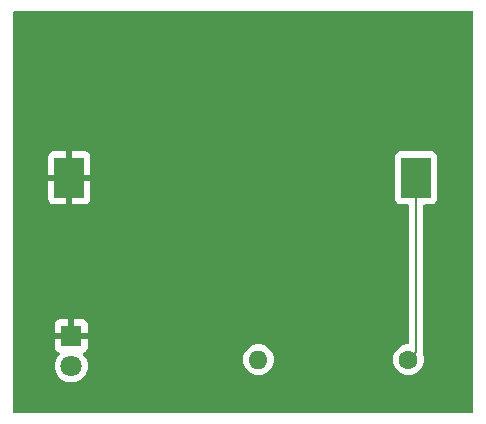
<source format=gbr>
%TF.GenerationSoftware,KiCad,Pcbnew,7.0.11-7.0.11~ubuntu20.04.1*%
%TF.CreationDate,2024-04-28T13:46:05-04:00*%
%TF.ProjectId,Tutorial1,5475746f-7269-4616-9c31-2e6b69636164,0*%
%TF.SameCoordinates,Original*%
%TF.FileFunction,Copper,L2,Bot*%
%TF.FilePolarity,Positive*%
%FSLAX46Y46*%
G04 Gerber Fmt 4.6, Leading zero omitted, Abs format (unit mm)*
G04 Created by KiCad (PCBNEW 7.0.11-7.0.11~ubuntu20.04.1) date 2024-04-28 13:46:05*
%MOMM*%
%LPD*%
G01*
G04 APERTURE LIST*
%TA.AperFunction,ComponentPad*%
%ADD10C,1.600000*%
%TD*%
%TA.AperFunction,ComponentPad*%
%ADD11O,1.600000X1.600000*%
%TD*%
%TA.AperFunction,ComponentPad*%
%ADD12C,1.800000*%
%TD*%
%TA.AperFunction,ComponentPad*%
%ADD13R,1.800000X1.800000*%
%TD*%
%TA.AperFunction,SMDPad,CuDef*%
%ADD14R,2.540000X3.510000*%
%TD*%
%TA.AperFunction,Conductor*%
%ADD15C,0.200000*%
%TD*%
G04 APERTURE END LIST*
D10*
%TO.P,R1,1*%
%TO.N,VCC*%
X145000000Y-115000000D03*
D11*
%TO.P,R1,2*%
%TO.N,/led*%
X132300000Y-115000000D03*
%TD*%
D12*
%TO.P,D1,2,A*%
%TO.N,/led*%
X116460000Y-115540000D03*
D13*
%TO.P,D1,1,K*%
%TO.N,GNDREF*%
X116460000Y-113000000D03*
%TD*%
D14*
%TO.P,BT1,1,+*%
%TO.N,VCC*%
X145650000Y-99608970D03*
%TO.P,BT1,2,-*%
%TO.N,GNDREF*%
X116290000Y-99608970D03*
%TD*%
D15*
%TO.N,VCC*%
X145650000Y-99608970D02*
X145650000Y-114350000D01*
X145650000Y-114350000D02*
X145000000Y-115000000D01*
%TO.N,GNDREF*%
X116290000Y-99608970D02*
X116290000Y-112830000D01*
X116290000Y-112830000D02*
X116460000Y-113000000D01*
%TD*%
%TA.AperFunction,Conductor*%
%TO.N,GNDREF*%
G36*
X150442539Y-85520185D02*
G01*
X150488294Y-85572989D01*
X150499500Y-85624500D01*
X150499500Y-119375500D01*
X150479815Y-119442539D01*
X150427011Y-119488294D01*
X150375500Y-119499500D01*
X111624500Y-119499500D01*
X111557461Y-119479815D01*
X111511706Y-119427011D01*
X111500500Y-119375500D01*
X111500500Y-115540006D01*
X115054700Y-115540006D01*
X115073864Y-115771297D01*
X115073866Y-115771308D01*
X115130842Y-115996300D01*
X115224075Y-116208848D01*
X115351016Y-116403147D01*
X115351019Y-116403151D01*
X115351021Y-116403153D01*
X115508216Y-116573913D01*
X115508219Y-116573915D01*
X115508222Y-116573918D01*
X115691365Y-116716464D01*
X115691371Y-116716468D01*
X115691374Y-116716470D01*
X115895497Y-116826936D01*
X116009487Y-116866068D01*
X116115015Y-116902297D01*
X116115017Y-116902297D01*
X116115019Y-116902298D01*
X116343951Y-116940500D01*
X116343952Y-116940500D01*
X116576048Y-116940500D01*
X116576049Y-116940500D01*
X116804981Y-116902298D01*
X117024503Y-116826936D01*
X117228626Y-116716470D01*
X117411784Y-116573913D01*
X117568979Y-116403153D01*
X117695924Y-116208849D01*
X117789157Y-115996300D01*
X117846134Y-115771305D01*
X117865300Y-115540000D01*
X117865300Y-115539993D01*
X117846135Y-115308702D01*
X117846133Y-115308691D01*
X117789157Y-115083699D01*
X117752443Y-115000001D01*
X130994532Y-115000001D01*
X131014364Y-115226686D01*
X131014366Y-115226697D01*
X131073258Y-115446488D01*
X131073261Y-115446497D01*
X131169431Y-115652732D01*
X131169432Y-115652734D01*
X131299954Y-115839141D01*
X131460858Y-116000045D01*
X131460861Y-116000047D01*
X131647266Y-116130568D01*
X131853504Y-116226739D01*
X132073308Y-116285635D01*
X132235230Y-116299801D01*
X132299998Y-116305468D01*
X132300000Y-116305468D01*
X132300002Y-116305468D01*
X132356673Y-116300509D01*
X132526692Y-116285635D01*
X132746496Y-116226739D01*
X132952734Y-116130568D01*
X133139139Y-116000047D01*
X133300047Y-115839139D01*
X133430568Y-115652734D01*
X133526739Y-115446496D01*
X133585635Y-115226692D01*
X133605468Y-115000001D01*
X143694532Y-115000001D01*
X143714364Y-115226686D01*
X143714366Y-115226697D01*
X143773258Y-115446488D01*
X143773261Y-115446497D01*
X143869431Y-115652732D01*
X143869432Y-115652734D01*
X143999954Y-115839141D01*
X144160858Y-116000045D01*
X144160861Y-116000047D01*
X144347266Y-116130568D01*
X144553504Y-116226739D01*
X144773308Y-116285635D01*
X144935230Y-116299801D01*
X144999998Y-116305468D01*
X145000000Y-116305468D01*
X145000002Y-116305468D01*
X145056673Y-116300509D01*
X145226692Y-116285635D01*
X145446496Y-116226739D01*
X145652734Y-116130568D01*
X145839139Y-116000047D01*
X146000047Y-115839139D01*
X146130568Y-115652734D01*
X146226739Y-115446496D01*
X146285635Y-115226692D01*
X146305468Y-115000000D01*
X146285635Y-114773308D01*
X146233228Y-114577721D01*
X146233229Y-114513536D01*
X146235041Y-114506767D01*
X146235044Y-114506762D01*
X146250500Y-114389361D01*
X146255682Y-114350000D01*
X146251561Y-114318697D01*
X146250500Y-114302512D01*
X146250500Y-101988469D01*
X146270185Y-101921430D01*
X146322989Y-101875675D01*
X146374500Y-101864469D01*
X146967871Y-101864469D01*
X146967872Y-101864469D01*
X147027483Y-101858061D01*
X147162331Y-101807766D01*
X147277546Y-101721516D01*
X147363796Y-101606301D01*
X147414091Y-101471453D01*
X147420500Y-101411843D01*
X147420499Y-97806098D01*
X147414091Y-97746487D01*
X147363884Y-97611876D01*
X147363797Y-97611641D01*
X147363793Y-97611634D01*
X147277547Y-97496425D01*
X147277544Y-97496422D01*
X147162335Y-97410176D01*
X147162328Y-97410172D01*
X147027482Y-97359878D01*
X147027483Y-97359878D01*
X146967883Y-97353471D01*
X146967881Y-97353470D01*
X146967873Y-97353470D01*
X146967864Y-97353470D01*
X144332129Y-97353470D01*
X144332123Y-97353471D01*
X144272516Y-97359878D01*
X144137671Y-97410172D01*
X144137664Y-97410176D01*
X144022455Y-97496422D01*
X144022452Y-97496425D01*
X143936206Y-97611634D01*
X143936202Y-97611641D01*
X143885908Y-97746487D01*
X143879501Y-97806086D01*
X143879501Y-97806093D01*
X143879500Y-97806105D01*
X143879500Y-101411840D01*
X143879501Y-101411846D01*
X143885908Y-101471453D01*
X143936202Y-101606298D01*
X143936206Y-101606305D01*
X144022452Y-101721514D01*
X144022455Y-101721517D01*
X144137664Y-101807763D01*
X144137671Y-101807767D01*
X144182618Y-101824531D01*
X144272517Y-101858061D01*
X144332127Y-101864470D01*
X144925500Y-101864469D01*
X144992539Y-101884153D01*
X145038294Y-101936957D01*
X145049500Y-101988469D01*
X145049500Y-113576576D01*
X145029815Y-113643615D01*
X144977011Y-113689370D01*
X144936308Y-113700104D01*
X144773312Y-113714364D01*
X144773302Y-113714366D01*
X144553511Y-113773258D01*
X144553502Y-113773261D01*
X144347267Y-113869431D01*
X144347265Y-113869432D01*
X144160858Y-113999954D01*
X143999954Y-114160858D01*
X143869432Y-114347265D01*
X143869431Y-114347267D01*
X143773261Y-114553502D01*
X143773258Y-114553511D01*
X143714366Y-114773302D01*
X143714364Y-114773313D01*
X143694532Y-114999998D01*
X143694532Y-115000001D01*
X133605468Y-115000001D01*
X133605468Y-115000000D01*
X133585635Y-114773308D01*
X133526739Y-114553504D01*
X133430568Y-114347266D01*
X133300047Y-114160861D01*
X133300045Y-114160858D01*
X133139141Y-113999954D01*
X132952734Y-113869432D01*
X132952732Y-113869431D01*
X132746497Y-113773261D01*
X132746488Y-113773258D01*
X132526697Y-113714366D01*
X132526693Y-113714365D01*
X132526692Y-113714365D01*
X132526691Y-113714364D01*
X132526686Y-113714364D01*
X132300002Y-113694532D01*
X132299998Y-113694532D01*
X132073313Y-113714364D01*
X132073302Y-113714366D01*
X131853511Y-113773258D01*
X131853502Y-113773261D01*
X131647267Y-113869431D01*
X131647265Y-113869432D01*
X131460858Y-113999954D01*
X131299954Y-114160858D01*
X131169432Y-114347265D01*
X131169431Y-114347267D01*
X131073261Y-114553502D01*
X131073258Y-114553511D01*
X131014366Y-114773302D01*
X131014364Y-114773313D01*
X130994532Y-114999998D01*
X130994532Y-115000001D01*
X117752443Y-115000001D01*
X117695924Y-114871151D01*
X117568981Y-114676849D01*
X117473832Y-114573489D01*
X117442910Y-114510835D01*
X117450770Y-114441409D01*
X117494918Y-114387253D01*
X117521730Y-114373325D01*
X117602084Y-114343355D01*
X117602093Y-114343350D01*
X117717187Y-114257190D01*
X117717190Y-114257187D01*
X117803350Y-114142093D01*
X117803354Y-114142086D01*
X117853596Y-114007379D01*
X117853598Y-114007372D01*
X117859999Y-113947844D01*
X117860000Y-113947827D01*
X117860000Y-113250000D01*
X116835278Y-113250000D01*
X116883625Y-113166260D01*
X116913810Y-113034008D01*
X116903673Y-112898735D01*
X116854113Y-112772459D01*
X116836203Y-112750000D01*
X117860000Y-112750000D01*
X117860000Y-112052172D01*
X117859999Y-112052155D01*
X117853598Y-111992627D01*
X117853596Y-111992620D01*
X117803354Y-111857913D01*
X117803350Y-111857906D01*
X117717190Y-111742812D01*
X117717187Y-111742809D01*
X117602093Y-111656649D01*
X117602086Y-111656645D01*
X117467379Y-111606403D01*
X117467372Y-111606401D01*
X117407844Y-111600000D01*
X116710000Y-111600000D01*
X116710000Y-112625810D01*
X116657453Y-112589984D01*
X116527827Y-112550000D01*
X116426276Y-112550000D01*
X116325862Y-112565135D01*
X116210000Y-112620931D01*
X116210000Y-111600000D01*
X115512155Y-111600000D01*
X115452627Y-111606401D01*
X115452620Y-111606403D01*
X115317913Y-111656645D01*
X115317906Y-111656649D01*
X115202812Y-111742809D01*
X115202809Y-111742812D01*
X115116649Y-111857906D01*
X115116645Y-111857913D01*
X115066403Y-111992620D01*
X115066401Y-111992627D01*
X115060000Y-112052155D01*
X115060000Y-112750000D01*
X116084722Y-112750000D01*
X116036375Y-112833740D01*
X116006190Y-112965992D01*
X116016327Y-113101265D01*
X116065887Y-113227541D01*
X116083797Y-113250000D01*
X115060000Y-113250000D01*
X115060000Y-113947844D01*
X115066401Y-114007372D01*
X115066403Y-114007379D01*
X115116645Y-114142086D01*
X115116649Y-114142093D01*
X115202809Y-114257187D01*
X115202812Y-114257190D01*
X115317906Y-114343350D01*
X115317913Y-114343354D01*
X115398270Y-114373325D01*
X115454204Y-114415196D01*
X115478621Y-114480660D01*
X115463770Y-114548933D01*
X115446168Y-114573489D01*
X115351021Y-114676847D01*
X115351019Y-114676848D01*
X115351016Y-114676853D01*
X115224075Y-114871151D01*
X115130842Y-115083699D01*
X115073866Y-115308691D01*
X115073864Y-115308702D01*
X115054700Y-115539993D01*
X115054700Y-115540006D01*
X111500500Y-115540006D01*
X111500500Y-99858970D01*
X114520000Y-99858970D01*
X114520000Y-101411814D01*
X114526401Y-101471342D01*
X114526403Y-101471349D01*
X114576645Y-101606056D01*
X114576649Y-101606063D01*
X114662809Y-101721157D01*
X114662812Y-101721160D01*
X114777906Y-101807320D01*
X114777913Y-101807324D01*
X114912620Y-101857566D01*
X114912627Y-101857568D01*
X114972155Y-101863969D01*
X114972172Y-101863970D01*
X116040000Y-101863970D01*
X116040000Y-99858970D01*
X116540000Y-99858970D01*
X116540000Y-101863970D01*
X117607828Y-101863970D01*
X117607844Y-101863969D01*
X117667372Y-101857568D01*
X117667379Y-101857566D01*
X117802086Y-101807324D01*
X117802093Y-101807320D01*
X117917187Y-101721160D01*
X117917190Y-101721157D01*
X118003350Y-101606063D01*
X118003354Y-101606056D01*
X118053596Y-101471349D01*
X118053598Y-101471342D01*
X118059999Y-101411814D01*
X118060000Y-101411797D01*
X118060000Y-99858970D01*
X116540000Y-99858970D01*
X116040000Y-99858970D01*
X114520000Y-99858970D01*
X111500500Y-99858970D01*
X111500500Y-99358970D01*
X114520000Y-99358970D01*
X116040000Y-99358970D01*
X116040000Y-97353970D01*
X116540000Y-97353970D01*
X116540000Y-99358970D01*
X118060000Y-99358970D01*
X118060000Y-97806142D01*
X118059999Y-97806125D01*
X118053598Y-97746597D01*
X118053596Y-97746590D01*
X118003354Y-97611883D01*
X118003350Y-97611876D01*
X117917190Y-97496782D01*
X117917187Y-97496779D01*
X117802093Y-97410619D01*
X117802086Y-97410615D01*
X117667379Y-97360373D01*
X117667372Y-97360371D01*
X117607844Y-97353970D01*
X116540000Y-97353970D01*
X116040000Y-97353970D01*
X114972155Y-97353970D01*
X114912627Y-97360371D01*
X114912620Y-97360373D01*
X114777913Y-97410615D01*
X114777906Y-97410619D01*
X114662812Y-97496779D01*
X114662809Y-97496782D01*
X114576649Y-97611876D01*
X114576645Y-97611883D01*
X114526403Y-97746590D01*
X114526401Y-97746597D01*
X114520000Y-97806125D01*
X114520000Y-99358970D01*
X111500500Y-99358970D01*
X111500500Y-85624500D01*
X111520185Y-85557461D01*
X111572989Y-85511706D01*
X111624500Y-85500500D01*
X150375500Y-85500500D01*
X150442539Y-85520185D01*
G37*
%TD.AperFunction*%
%TD*%
M02*

</source>
